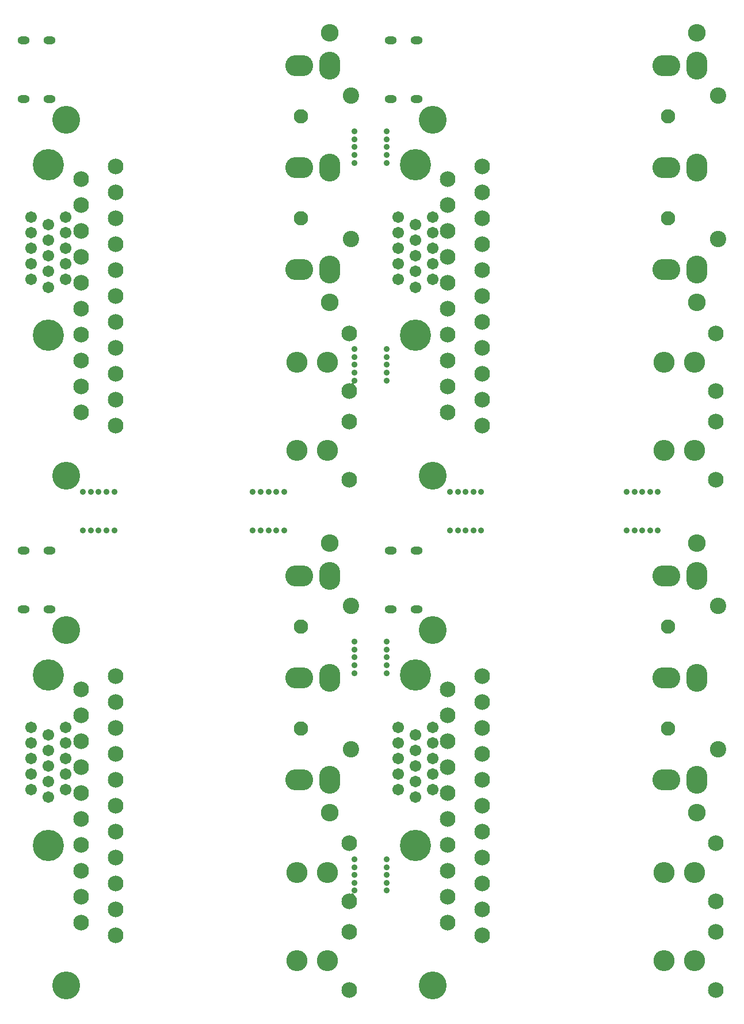
<source format=gbr>
%TF.GenerationSoftware,KiCad,Pcbnew,(5.1.9)-1*%
%TF.CreationDate,2021-05-10T07:03:42+12:00*%
%TF.ProjectId,output.RGB-to-component-panel,6f757470-7574-42e5-9247-422d746f2d63,rev?*%
%TF.SameCoordinates,Original*%
%TF.FileFunction,Soldermask,Bot*%
%TF.FilePolarity,Negative*%
%FSLAX46Y46*%
G04 Gerber Fmt 4.6, Leading zero omitted, Abs format (unit mm)*
G04 Created by KiCad (PCBNEW (5.1.9)-1) date 2021-05-10 07:03:42*
%MOMM*%
%LPD*%
G01*
G04 APERTURE LIST*
%ADD10O,4.102000X3.102000*%
%ADD11O,2.602000X2.602000*%
%ADD12O,3.102000X4.102000*%
%ADD13C,2.402000*%
%ADD14C,2.102000*%
%ADD15C,2.302000*%
%ADD16O,3.102000X3.102000*%
%ADD17C,1.702000*%
%ADD18C,4.602000*%
%ADD19C,4.102000*%
%ADD20O,1.802000X1.202000*%
%ADD21C,0.902000*%
%ADD22C,0.100000*%
G04 APERTURE END LIST*
D10*
X61400000Y-137000000D03*
D11*
X65900000Y-156800000D03*
X65900000Y-117200000D03*
D12*
X65900000Y-122000000D03*
X65900000Y-137000000D03*
X65900000Y-152000000D03*
D10*
X61400000Y-152000000D03*
X61400000Y-122000000D03*
D13*
X69044520Y-126466620D03*
X69044520Y-147533380D03*
D14*
X61700000Y-144500000D03*
X61700000Y-129500000D03*
D15*
X122750000Y-174370000D03*
X122750000Y-182870000D03*
D16*
X119600000Y-178620000D03*
X115100000Y-178620000D03*
X61100000Y-178620000D03*
X65600000Y-178620000D03*
D15*
X68750000Y-182870000D03*
X68750000Y-174370000D03*
D16*
X61100000Y-165600000D03*
X65600000Y-165600000D03*
D15*
X68750000Y-169850000D03*
X68750000Y-161350000D03*
D17*
X24500000Y-150000000D03*
X24500000Y-147710000D03*
X24500000Y-145420000D03*
X27040000Y-153440000D03*
X27040000Y-151150000D03*
X27040000Y-148860000D03*
X27040000Y-146570000D03*
X27040000Y-144280000D03*
X24500000Y-154580000D03*
X24500000Y-152290000D03*
X21960000Y-153440000D03*
X21960000Y-151150000D03*
X21960000Y-148860000D03*
X21960000Y-146570000D03*
X21960000Y-144280000D03*
D18*
X24500000Y-161620000D03*
X24500000Y-136620000D03*
X78500000Y-136620000D03*
X78500000Y-161620000D03*
D17*
X75960000Y-144280000D03*
X75960000Y-146570000D03*
X75960000Y-148860000D03*
X75960000Y-151150000D03*
X75960000Y-153440000D03*
X78500000Y-152290000D03*
X78500000Y-154580000D03*
X81040000Y-144280000D03*
X81040000Y-146570000D03*
X81040000Y-148860000D03*
X81040000Y-151150000D03*
X81040000Y-153440000D03*
X78500000Y-145420000D03*
X78500000Y-147710000D03*
X78500000Y-150000000D03*
D15*
X122750000Y-161350000D03*
X122750000Y-169850000D03*
D16*
X119600000Y-165600000D03*
X115100000Y-165600000D03*
D15*
X88380000Y-174905000D03*
X88380000Y-136805000D03*
X83300000Y-142520000D03*
X88380000Y-140615000D03*
X83300000Y-146330000D03*
X88380000Y-144425000D03*
X83300000Y-150140000D03*
X88380000Y-148235000D03*
X83300000Y-138710000D03*
X88380000Y-152045000D03*
X83300000Y-153950000D03*
X88380000Y-155855000D03*
X83300000Y-157760000D03*
X88380000Y-159665000D03*
X83300000Y-161570000D03*
X88380000Y-163475000D03*
X83300000Y-165380000D03*
X88380000Y-167285000D03*
X83300000Y-169190000D03*
X88380000Y-171095000D03*
X83300000Y-173000000D03*
D19*
X81100000Y-130000000D03*
X81100000Y-182270000D03*
D14*
X115700000Y-129500000D03*
X115700000Y-144500000D03*
D13*
X123044520Y-147533380D03*
X123044520Y-126466620D03*
D10*
X115400000Y-122000000D03*
X115400000Y-152000000D03*
D12*
X119900000Y-152000000D03*
X119900000Y-137000000D03*
X119900000Y-122000000D03*
D11*
X119900000Y-117200000D03*
X119900000Y-156800000D03*
D10*
X115400000Y-137000000D03*
D19*
X27100000Y-182270000D03*
X27100000Y-130000000D03*
D15*
X29300000Y-173000000D03*
X34380000Y-171095000D03*
X29300000Y-169190000D03*
X34380000Y-167285000D03*
X29300000Y-165380000D03*
X34380000Y-163475000D03*
X29300000Y-161570000D03*
X34380000Y-159665000D03*
X29300000Y-157760000D03*
X34380000Y-155855000D03*
X29300000Y-153950000D03*
X34380000Y-152045000D03*
X29300000Y-138710000D03*
X34380000Y-148235000D03*
X29300000Y-150140000D03*
X34380000Y-144425000D03*
X29300000Y-146330000D03*
X34380000Y-140615000D03*
X29300000Y-142520000D03*
X34380000Y-136805000D03*
X34380000Y-174905000D03*
D20*
X78700000Y-118280000D03*
X78700000Y-126920000D03*
X74900000Y-126920000D03*
X74900000Y-118280000D03*
X20900000Y-118280000D03*
X20900000Y-126920000D03*
X24700000Y-126920000D03*
X24700000Y-118280000D03*
D10*
X115400000Y-62000000D03*
D11*
X119900000Y-81800000D03*
X119900000Y-42200000D03*
D12*
X119900000Y-47000000D03*
X119900000Y-62000000D03*
X119900000Y-77000000D03*
D10*
X115400000Y-77000000D03*
X115400000Y-47000000D03*
D13*
X123044520Y-51466620D03*
X123044520Y-72533380D03*
D14*
X115700000Y-69500000D03*
X115700000Y-54500000D03*
D16*
X115100000Y-103620000D03*
X119600000Y-103620000D03*
D15*
X122750000Y-107870000D03*
X122750000Y-99370000D03*
D16*
X115100000Y-90600000D03*
X119600000Y-90600000D03*
D15*
X122750000Y-94850000D03*
X122750000Y-86350000D03*
D17*
X78500000Y-75000000D03*
X78500000Y-72710000D03*
X78500000Y-70420000D03*
X81040000Y-78440000D03*
X81040000Y-76150000D03*
X81040000Y-73860000D03*
X81040000Y-71570000D03*
X81040000Y-69280000D03*
X78500000Y-79580000D03*
X78500000Y-77290000D03*
X75960000Y-78440000D03*
X75960000Y-76150000D03*
X75960000Y-73860000D03*
X75960000Y-71570000D03*
X75960000Y-69280000D03*
D18*
X78500000Y-86620000D03*
X78500000Y-61620000D03*
D19*
X81100000Y-107270000D03*
X81100000Y-55000000D03*
D15*
X83300000Y-98000000D03*
X88380000Y-96095000D03*
X83300000Y-94190000D03*
X88380000Y-92285000D03*
X83300000Y-90380000D03*
X88380000Y-88475000D03*
X83300000Y-86570000D03*
X88380000Y-84665000D03*
X83300000Y-82760000D03*
X88380000Y-80855000D03*
X83300000Y-78950000D03*
X88380000Y-77045000D03*
X83300000Y-63710000D03*
X88380000Y-73235000D03*
X83300000Y-75140000D03*
X88380000Y-69425000D03*
X83300000Y-71330000D03*
X88380000Y-65615000D03*
X83300000Y-67520000D03*
X88380000Y-61805000D03*
X88380000Y-99905000D03*
D20*
X74900000Y-43280000D03*
X74900000Y-51920000D03*
X78700000Y-51920000D03*
X78700000Y-43280000D03*
D14*
X61700000Y-54500000D03*
X61700000Y-69500000D03*
D13*
X69044520Y-72533380D03*
X69044520Y-51466620D03*
D10*
X61400000Y-47000000D03*
X61400000Y-77000000D03*
D12*
X65900000Y-77000000D03*
X65900000Y-62000000D03*
X65900000Y-47000000D03*
D11*
X65900000Y-42200000D03*
X65900000Y-81800000D03*
D10*
X61400000Y-62000000D03*
D15*
X68750000Y-86350000D03*
X68750000Y-94850000D03*
D16*
X65600000Y-90600000D03*
X61100000Y-90600000D03*
D15*
X68750000Y-99370000D03*
X68750000Y-107870000D03*
D16*
X65600000Y-103620000D03*
X61100000Y-103620000D03*
D18*
X24500000Y-61620000D03*
X24500000Y-86620000D03*
D17*
X21960000Y-69280000D03*
X21960000Y-71570000D03*
X21960000Y-73860000D03*
X21960000Y-76150000D03*
X21960000Y-78440000D03*
X24500000Y-77290000D03*
X24500000Y-79580000D03*
X27040000Y-69280000D03*
X27040000Y-71570000D03*
X27040000Y-73860000D03*
X27040000Y-76150000D03*
X27040000Y-78440000D03*
X24500000Y-70420000D03*
X24500000Y-72710000D03*
X24500000Y-75000000D03*
D15*
X34380000Y-99905000D03*
X34380000Y-61805000D03*
X29300000Y-67520000D03*
X34380000Y-65615000D03*
X29300000Y-71330000D03*
X34380000Y-69425000D03*
X29300000Y-75140000D03*
X34380000Y-73235000D03*
X29300000Y-63710000D03*
X34380000Y-77045000D03*
X29300000Y-78950000D03*
X34380000Y-80855000D03*
X29300000Y-82760000D03*
X34380000Y-84665000D03*
X29300000Y-86570000D03*
X34380000Y-88475000D03*
X29300000Y-90380000D03*
X34380000Y-92285000D03*
X29300000Y-94190000D03*
X34380000Y-96095000D03*
X29300000Y-98000000D03*
D19*
X27100000Y-55000000D03*
X27100000Y-107270000D03*
D20*
X24700000Y-43280000D03*
X24700000Y-51920000D03*
X20900000Y-51920000D03*
X20900000Y-43280000D03*
D21*
X109593629Y-109649999D03*
X110746806Y-109649999D03*
X111899983Y-109649999D03*
X113053160Y-109649999D03*
X114206337Y-109649999D03*
X114206341Y-115350001D03*
X113053164Y-115350001D03*
X111899987Y-115350001D03*
X110746810Y-115350001D03*
X109593633Y-115350001D03*
X83593659Y-109650000D03*
X84746830Y-109650000D03*
X85900001Y-109650000D03*
X87053172Y-109650000D03*
X88206343Y-109650000D03*
X88206339Y-115350000D03*
X87053168Y-115350000D03*
X85899997Y-115350000D03*
X84746826Y-115350000D03*
X83593655Y-115350000D03*
X54593651Y-109650000D03*
X55746827Y-109650000D03*
X56900003Y-109650000D03*
X58053179Y-109650000D03*
X59206355Y-109650000D03*
X59206349Y-115350000D03*
X58053173Y-115350000D03*
X56899997Y-115350000D03*
X55746821Y-115350000D03*
X54593645Y-115350000D03*
X29593659Y-109650001D03*
X30746825Y-109650001D03*
X31899991Y-109650001D03*
X33053157Y-109650001D03*
X34206323Y-109650001D03*
X34206326Y-115349999D03*
X33053160Y-115349999D03*
X31899994Y-115349999D03*
X30746828Y-115349999D03*
X29593662Y-115349999D03*
X69550001Y-136306371D03*
X69550001Y-135153184D03*
X69550001Y-133999997D03*
X69550001Y-132846810D03*
X69550001Y-131693623D03*
X74249999Y-131693629D03*
X74249999Y-132846816D03*
X74249999Y-134000003D03*
X74249999Y-135153190D03*
X74249999Y-136306377D03*
X69550000Y-168306371D03*
X69550000Y-167153197D03*
X69550000Y-166000023D03*
X69550000Y-164846849D03*
X69550000Y-163693675D03*
X74250000Y-163693674D03*
X74250000Y-164846848D03*
X74250000Y-166000022D03*
X74250000Y-167153196D03*
X74250000Y-168306370D03*
X69550001Y-61306371D03*
X69550001Y-60153184D03*
X69550001Y-58999997D03*
X69550001Y-57846810D03*
X69550001Y-56693623D03*
X74249999Y-56693629D03*
X74249999Y-57846816D03*
X74249999Y-59000003D03*
X74249999Y-60153190D03*
X74249999Y-61306377D03*
X69550000Y-93306371D03*
X69550000Y-92153197D03*
X69550000Y-91000023D03*
X69550000Y-89846849D03*
X69550000Y-88693675D03*
X74250000Y-88693674D03*
X74250000Y-89846848D03*
X74250000Y-91000022D03*
X74250000Y-92153196D03*
X74250000Y-93306370D03*
D22*
G36*
X69177830Y-168553648D02*
G01*
X69202926Y-168591208D01*
X69265163Y-168653445D01*
X69338347Y-168702344D01*
X69419664Y-168736027D01*
X69505993Y-168753199D01*
X69569330Y-168753199D01*
X69571062Y-168754199D01*
X69571062Y-168756199D01*
X69569526Y-168757189D01*
X69551451Y-168758969D01*
X69528376Y-168765969D01*
X69507112Y-168777334D01*
X69488475Y-168792629D01*
X69473180Y-168811266D01*
X69461815Y-168832530D01*
X69454815Y-168855605D01*
X69452452Y-168879596D01*
X69454815Y-168903587D01*
X69461815Y-168926662D01*
X69473180Y-168947926D01*
X69484701Y-168961964D01*
X69485027Y-168963938D01*
X69483481Y-168965206D01*
X69481741Y-168964647D01*
X69478913Y-168961819D01*
X69291631Y-168836682D01*
X69083536Y-168750486D01*
X69050664Y-168743947D01*
X69049160Y-168742628D01*
X69049550Y-168740666D01*
X69051250Y-168739995D01*
X69069338Y-168741777D01*
X69093329Y-168739414D01*
X69116404Y-168732414D01*
X69137668Y-168721049D01*
X69156305Y-168705754D01*
X69171600Y-168687117D01*
X69182965Y-168665853D01*
X69189965Y-168642778D01*
X69192328Y-168618787D01*
X69189965Y-168594796D01*
X69182965Y-168571721D01*
X69174403Y-168555702D01*
X69174469Y-168553703D01*
X69176232Y-168552760D01*
X69177830Y-168553648D01*
G37*
G36*
X69177830Y-93553648D02*
G01*
X69202926Y-93591208D01*
X69265163Y-93653445D01*
X69338347Y-93702344D01*
X69419664Y-93736027D01*
X69505993Y-93753199D01*
X69569330Y-93753199D01*
X69571062Y-93754199D01*
X69571062Y-93756199D01*
X69569526Y-93757189D01*
X69551451Y-93758969D01*
X69528376Y-93765969D01*
X69507112Y-93777334D01*
X69488475Y-93792629D01*
X69473180Y-93811266D01*
X69461815Y-93832530D01*
X69454815Y-93855605D01*
X69452452Y-93879596D01*
X69454815Y-93903587D01*
X69461815Y-93926662D01*
X69473180Y-93947926D01*
X69484701Y-93961964D01*
X69485027Y-93963938D01*
X69483481Y-93965206D01*
X69481741Y-93964647D01*
X69478913Y-93961819D01*
X69291631Y-93836682D01*
X69083536Y-93750486D01*
X69050664Y-93743947D01*
X69049160Y-93742628D01*
X69049550Y-93740666D01*
X69051250Y-93739995D01*
X69069338Y-93741777D01*
X69093329Y-93739414D01*
X69116404Y-93732414D01*
X69137668Y-93721049D01*
X69156305Y-93705754D01*
X69171600Y-93687117D01*
X69182965Y-93665853D01*
X69189965Y-93642778D01*
X69192328Y-93618787D01*
X69189965Y-93594796D01*
X69182965Y-93571721D01*
X69174403Y-93555702D01*
X69174469Y-93553703D01*
X69176232Y-93552760D01*
X69177830Y-93553648D01*
G37*
M02*

</source>
